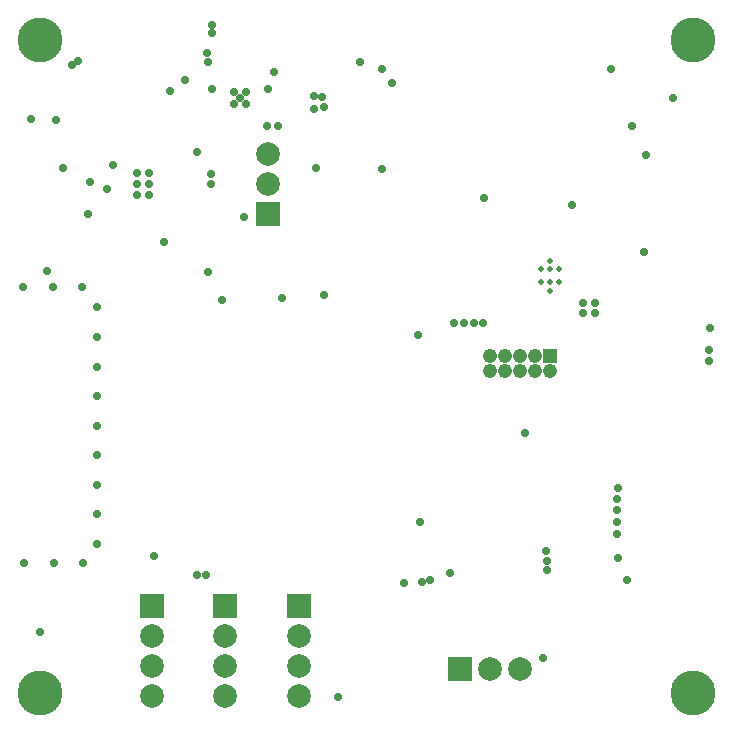
<source format=gbs>
G04*
G04 #@! TF.GenerationSoftware,Altium Limited,Altium Designer,21.1.1 (26)*
G04*
G04 Layer_Color=16711935*
%FSLAX25Y25*%
%MOIN*%
G70*
G04*
G04 #@! TF.SameCoordinates,FCD48BD9-1D8E-434E-9894-015CF6D0DE38*
G04*
G04*
G04 #@! TF.FilePolarity,Negative*
G04*
G01*
G75*
%ADD130C,0.14973*%
%ADD131C,0.07887*%
%ADD132R,0.07887X0.07887*%
%ADD133R,0.04760X0.04760*%
%ADD134C,0.04760*%
%ADD135R,0.07887X0.07887*%
%ADD136C,0.02800*%
%ADD137C,0.02000*%
D130*
X226969Y9252D02*
D03*
Y226969D02*
D03*
X9252D02*
D03*
Y9252D02*
D03*
D131*
X169400Y17400D02*
D03*
X159400D02*
D03*
X46600Y8181D02*
D03*
Y18181D02*
D03*
Y28181D02*
D03*
X71000D02*
D03*
Y18181D02*
D03*
Y8181D02*
D03*
X95652Y28181D02*
D03*
Y18181D02*
D03*
Y8181D02*
D03*
X85300Y178982D02*
D03*
Y188982D02*
D03*
D132*
X149400Y17400D02*
D03*
D133*
X179164Y121592D02*
D03*
D134*
X174164D02*
D03*
X179164Y116593D02*
D03*
X174164D02*
D03*
X164164D02*
D03*
X169164D02*
D03*
X164164Y121592D02*
D03*
X169164D02*
D03*
X159164D02*
D03*
Y116593D02*
D03*
D135*
X46600Y38181D02*
D03*
X71000D02*
D03*
X95652D02*
D03*
X85300Y168982D02*
D03*
D136*
X232659Y131035D02*
D03*
X232429Y120008D02*
D03*
Y123521D02*
D03*
X178339Y50234D02*
D03*
X178199Y53328D02*
D03*
X178057Y56711D02*
D03*
X64685Y48675D02*
D03*
X100599Y203957D02*
D03*
X177045Y20810D02*
D03*
X21800Y219952D02*
D03*
X19819Y218749D02*
D03*
X28300Y137795D02*
D03*
Y127953D02*
D03*
Y118110D02*
D03*
Y108268D02*
D03*
Y98425D02*
D03*
Y88583D02*
D03*
Y78740D02*
D03*
Y68898D02*
D03*
Y59055D02*
D03*
X13485Y144510D02*
D03*
X23328D02*
D03*
X13780Y52500D02*
D03*
X23622D02*
D03*
X3643Y144510D02*
D03*
X3937Y52500D02*
D03*
X66685Y231850D02*
D03*
X100623Y208225D02*
D03*
X103800Y204671D02*
D03*
X103369Y207979D02*
D03*
X115800Y219512D02*
D03*
X85411Y210459D02*
D03*
X87240Y216253D02*
D03*
X135340Y128600D02*
D03*
X157108Y132621D02*
D03*
X147155Y132494D02*
D03*
X150554Y132566D02*
D03*
X85039Y198128D02*
D03*
X190358Y135785D02*
D03*
X190221Y139211D02*
D03*
X201881Y77531D02*
D03*
X201705Y73830D02*
D03*
X201600Y70177D02*
D03*
Y66229D02*
D03*
X77982Y205538D02*
D03*
X74045D02*
D03*
Y209475D02*
D03*
X77982D02*
D03*
X76013Y207506D02*
D03*
X88758Y198128D02*
D03*
X66685Y210656D02*
D03*
X194312Y135785D02*
D03*
X194229Y139211D02*
D03*
X9252Y29601D02*
D03*
X199673Y217242D02*
D03*
X186655Y171786D02*
D03*
X210713Y156184D02*
D03*
X136764Y46343D02*
D03*
X139403Y46784D02*
D03*
X11582Y149943D02*
D03*
X6400Y200461D02*
D03*
X14494Y200198D02*
D03*
X61736Y189555D02*
D03*
X57557Y213621D02*
D03*
X52472Y209985D02*
D03*
X65425Y149600D02*
D03*
X211309Y188500D02*
D03*
X201600Y62257D02*
D03*
X204915Y46805D02*
D03*
X202000Y54400D02*
D03*
X171084Y95872D02*
D03*
X153875Y132616D02*
D03*
X157400Y174400D02*
D03*
X66583Y229211D02*
D03*
X65136Y219748D02*
D03*
X65009Y222540D02*
D03*
X220350Y207600D02*
D03*
X206600Y198200D02*
D03*
X126650Y212588D02*
D03*
X123200Y217242D02*
D03*
X17100Y184300D02*
D03*
X25848Y179628D02*
D03*
X41517Y182514D02*
D03*
Y178971D02*
D03*
Y175428D02*
D03*
X45454D02*
D03*
Y178971D02*
D03*
Y182514D02*
D03*
X33614Y185395D02*
D03*
X31633Y177230D02*
D03*
X47243Y55072D02*
D03*
X108700Y7900D02*
D03*
X130644Y46084D02*
D03*
X123200Y184100D02*
D03*
X101300Y184300D02*
D03*
X135900Y66266D02*
D03*
X146059Y49290D02*
D03*
X50700Y159500D02*
D03*
X89806Y140782D02*
D03*
X25352Y168990D02*
D03*
X69800Y140227D02*
D03*
X103800Y141865D02*
D03*
X61490Y48675D02*
D03*
X77341Y167810D02*
D03*
X66382Y178982D02*
D03*
X66400Y182400D02*
D03*
D137*
X179248Y153403D02*
D03*
X176197Y150450D02*
D03*
X179248D02*
D03*
X182300D02*
D03*
X176197Y146317D02*
D03*
X179248D02*
D03*
X182300D02*
D03*
X179248Y143364D02*
D03*
M02*

</source>
